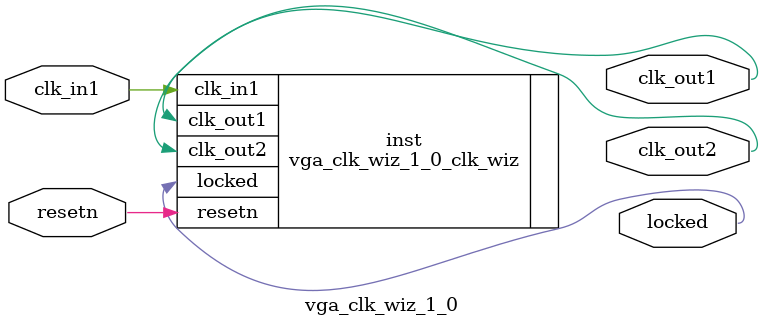
<source format=v>


`timescale 1ps/1ps

(* CORE_GENERATION_INFO = "vga_clk_wiz_1_0,clk_wiz_v6_0_2_0_0,{component_name=vga_clk_wiz_1_0,use_phase_alignment=true,use_min_o_jitter=false,use_max_i_jitter=false,use_dyn_phase_shift=false,use_inclk_switchover=false,use_dyn_reconfig=false,enable_axi=0,feedback_source=FDBK_AUTO,PRIMITIVE=MMCM,num_out_clk=2,clkin1_period=10.000,clkin2_period=10.000,use_power_down=false,use_reset=true,use_locked=true,use_inclk_stopped=false,feedback_type=SINGLE,CLOCK_MGR_TYPE=NA,manual_override=false}" *)

module vga_clk_wiz_1_0 
 (
  // Clock out ports
  output        clk_out1,
  output        clk_out2,
  // Status and control signals
  input         resetn,
  output        locked,
 // Clock in ports
  input         clk_in1
 );

  vga_clk_wiz_1_0_clk_wiz inst
  (
  // Clock out ports  
  .clk_out1(clk_out1),
  .clk_out2(clk_out2),
  // Status and control signals               
  .resetn(resetn), 
  .locked(locked),
 // Clock in ports
  .clk_in1(clk_in1)
  );

endmodule

</source>
